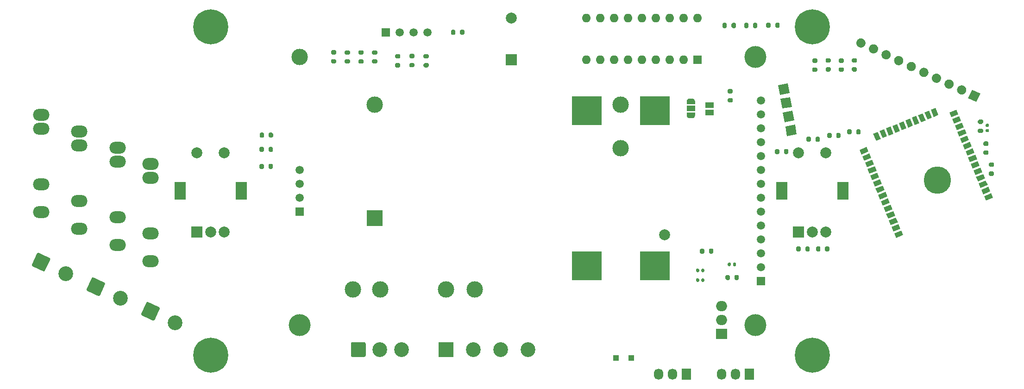
<source format=gbr>
G04 #@! TF.GenerationSoftware,KiCad,Pcbnew,5.1.9-73d0e3b20d~88~ubuntu20.04.1*
G04 #@! TF.CreationDate,2021-02-01T03:30:19+09:00*
G04 #@! TF.ProjectId,ESP32DUALDIAL,45535033-3244-4554-914c-4449414c2e6b,rev?*
G04 #@! TF.SameCoordinates,Original*
G04 #@! TF.FileFunction,Soldermask,Top*
G04 #@! TF.FilePolarity,Negative*
%FSLAX46Y46*%
G04 Gerber Fmt 4.6, Leading zero omitted, Abs format (unit mm)*
G04 Created by KiCad (PCBNEW 5.1.9-73d0e3b20d~88~ubuntu20.04.1) date 2021-02-01 03:30:19*
%MOMM*%
%LPD*%
G01*
G04 APERTURE LIST*
%ADD10C,0.100000*%
%ADD11C,5.000000*%
%ADD12R,1.500000X1.500000*%
%ADD13C,1.500000*%
%ADD14C,4.000000*%
%ADD15C,3.000000*%
%ADD16R,2.000000X2.000000*%
%ADD17C,2.000000*%
%ADD18R,3.000000X3.000000*%
%ADD19R,2.000000X1.905000*%
%ADD20O,2.000000X1.905000*%
%ADD21R,2.000000X3.200000*%
%ADD22C,6.400000*%
%ADD23R,1.500000X1.000000*%
%ADD24R,1.600000X1.600000*%
%ADD25O,1.600000X1.600000*%
%ADD26O,3.000000X2.200000*%
%ADD27R,1.100000X1.100000*%
%ADD28R,2.700000X2.700000*%
%ADD29C,2.700000*%
%ADD30R,1.730000X2.030000*%
%ADD31O,1.730000X2.030000*%
G04 APERTURE END LIST*
D10*
G36*
X202687797Y-110414320D02*
G01*
X203032212Y-111245811D01*
X201738781Y-111781568D01*
X201394366Y-110950077D01*
X202687797Y-110414320D01*
G37*
G36*
X202201789Y-109240993D02*
G01*
X202546204Y-110072484D01*
X201252773Y-110608241D01*
X200908358Y-109776750D01*
X202201789Y-109240993D01*
G37*
G36*
X201715781Y-108067666D02*
G01*
X202060196Y-108899157D01*
X200766765Y-109434914D01*
X200422350Y-108603423D01*
X201715781Y-108067666D01*
G37*
G36*
X201229773Y-106894339D02*
G01*
X201574188Y-107725830D01*
X200280757Y-108261587D01*
X199936342Y-107430096D01*
X201229773Y-106894339D01*
G37*
G36*
X200743765Y-105721012D02*
G01*
X201088180Y-106552503D01*
X199794749Y-107088260D01*
X199450334Y-106256769D01*
X200743765Y-105721012D01*
G37*
G36*
X200257757Y-104547685D02*
G01*
X200602172Y-105379176D01*
X199308741Y-105914933D01*
X198964326Y-105083442D01*
X200257757Y-104547685D01*
G37*
G36*
X199771749Y-103374358D02*
G01*
X200116164Y-104205849D01*
X198822733Y-104741606D01*
X198478318Y-103910115D01*
X199771749Y-103374358D01*
G37*
G36*
X199285741Y-102201031D02*
G01*
X199630156Y-103032522D01*
X198336725Y-103568279D01*
X197992310Y-102736788D01*
X199285741Y-102201031D01*
G37*
G36*
X198799733Y-101027704D02*
G01*
X199144148Y-101859195D01*
X197850717Y-102394952D01*
X197506302Y-101563461D01*
X198799733Y-101027704D01*
G37*
G36*
X198313725Y-99854377D02*
G01*
X198658140Y-100685868D01*
X197364709Y-101221625D01*
X197020294Y-100390134D01*
X198313725Y-99854377D01*
G37*
G36*
X197827717Y-98681050D02*
G01*
X198172132Y-99512541D01*
X196878701Y-100048298D01*
X196534286Y-99216807D01*
X197827717Y-98681050D01*
G37*
G36*
X197341709Y-97507723D02*
G01*
X197686124Y-98339214D01*
X196392693Y-98874971D01*
X196048278Y-98043480D01*
X197341709Y-97507723D01*
G37*
G36*
X196855702Y-96334396D02*
G01*
X197200117Y-97165887D01*
X195906686Y-97701644D01*
X195562271Y-96870153D01*
X196855702Y-96334396D01*
G37*
G36*
X196369694Y-95161069D02*
G01*
X196714109Y-95992560D01*
X195420678Y-96528317D01*
X195076263Y-95696826D01*
X196369694Y-95161069D01*
G37*
G36*
X191695035Y-95177213D02*
G01*
X192526526Y-94832798D01*
X193062283Y-96126229D01*
X192230792Y-96470644D01*
X191695035Y-95177213D01*
G37*
G36*
X190521708Y-95663221D02*
G01*
X191353199Y-95318806D01*
X191888956Y-96612237D01*
X191057465Y-96956652D01*
X190521708Y-95663221D01*
G37*
G36*
X189348380Y-96149229D02*
G01*
X190179871Y-95804814D01*
X190715628Y-97098245D01*
X189884137Y-97442660D01*
X189348380Y-96149229D01*
G37*
G36*
X188175053Y-96635237D02*
G01*
X189006544Y-96290822D01*
X189542301Y-97584253D01*
X188710810Y-97928668D01*
X188175053Y-96635237D01*
G37*
G36*
X187001726Y-97121245D02*
G01*
X187833217Y-96776830D01*
X188368974Y-98070261D01*
X187537483Y-98414676D01*
X187001726Y-97121245D01*
G37*
G36*
X185828399Y-97607252D02*
G01*
X186659890Y-97262837D01*
X187195647Y-98556268D01*
X186364156Y-98900683D01*
X185828399Y-97607252D01*
G37*
G36*
X184655072Y-98093260D02*
G01*
X185486563Y-97748845D01*
X186022320Y-99042276D01*
X185190829Y-99386691D01*
X184655072Y-98093260D01*
G37*
G36*
X183481745Y-98579268D02*
G01*
X184313236Y-98234853D01*
X184848993Y-99528284D01*
X184017502Y-99872699D01*
X183481745Y-98579268D01*
G37*
G36*
X182308418Y-99065276D02*
G01*
X183139909Y-98720861D01*
X183675666Y-100014292D01*
X182844175Y-100358707D01*
X182308418Y-99065276D01*
G37*
G36*
X181135091Y-99551284D02*
G01*
X181966582Y-99206869D01*
X182502339Y-100500300D01*
X181670848Y-100844715D01*
X181135091Y-99551284D01*
G37*
G36*
X179943115Y-101965181D02*
G01*
X180287530Y-102796672D01*
X178994099Y-103332429D01*
X178649684Y-102500938D01*
X179943115Y-101965181D01*
G37*
G36*
X180429123Y-103138508D02*
G01*
X180773538Y-103969999D01*
X179480107Y-104505756D01*
X179135692Y-103674265D01*
X180429123Y-103138508D01*
G37*
G36*
X180915131Y-104311835D02*
G01*
X181259546Y-105143326D01*
X179966115Y-105679083D01*
X179621700Y-104847592D01*
X180915131Y-104311835D01*
G37*
G36*
X181401139Y-105485162D02*
G01*
X181745554Y-106316653D01*
X180452123Y-106852410D01*
X180107708Y-106020919D01*
X181401139Y-105485162D01*
G37*
G36*
X181887147Y-106658489D02*
G01*
X182231562Y-107489980D01*
X180938131Y-108025737D01*
X180593716Y-107194246D01*
X181887147Y-106658489D01*
G37*
G36*
X182373155Y-107831816D02*
G01*
X182717570Y-108663307D01*
X181424139Y-109199064D01*
X181079724Y-108367573D01*
X182373155Y-107831816D01*
G37*
G36*
X182859163Y-109005143D02*
G01*
X183203578Y-109836634D01*
X181910147Y-110372391D01*
X181565732Y-109540900D01*
X182859163Y-109005143D01*
G37*
G36*
X183345171Y-110178470D02*
G01*
X183689586Y-111009961D01*
X182396155Y-111545718D01*
X182051740Y-110714227D01*
X183345171Y-110178470D01*
G37*
G36*
X183831179Y-111351797D02*
G01*
X184175594Y-112183288D01*
X182882163Y-112719045D01*
X182537748Y-111887554D01*
X183831179Y-111351797D01*
G37*
G36*
X184317187Y-112525124D02*
G01*
X184661602Y-113356615D01*
X183368171Y-113892372D01*
X183023756Y-113060881D01*
X184317187Y-112525124D01*
G37*
G36*
X184803195Y-113698451D02*
G01*
X185147610Y-114529942D01*
X183854179Y-115065699D01*
X183509764Y-114234208D01*
X184803195Y-113698451D01*
G37*
G36*
X185289203Y-114871778D02*
G01*
X185633618Y-115703269D01*
X184340187Y-116239026D01*
X183995772Y-115407535D01*
X185289203Y-114871778D01*
G37*
G36*
X185775211Y-116045105D02*
G01*
X186119626Y-116876596D01*
X184826195Y-117412353D01*
X184481780Y-116580862D01*
X185775211Y-116045105D01*
G37*
G36*
X186261219Y-117218432D02*
G01*
X186605634Y-118049923D01*
X185312203Y-118585680D01*
X184967788Y-117754189D01*
X186261219Y-117218432D01*
G37*
D11*
X192908929Y-108024626D03*
D12*
X160600000Y-126501000D03*
D13*
X160600000Y-123961000D03*
X160600000Y-121421000D03*
X160600000Y-118881000D03*
X160600000Y-116341000D03*
X160600000Y-113801000D03*
X160600000Y-111261000D03*
X160600000Y-108721000D03*
X160600000Y-106181000D03*
D14*
X159600000Y-134500000D03*
X159600000Y-85500000D03*
X76300000Y-134500000D03*
D15*
X76300000Y-85500000D03*
D13*
X160600000Y-98561000D03*
X160600000Y-101101000D03*
X160600000Y-103641000D03*
X160600000Y-96021000D03*
X160600000Y-93481000D03*
X76300000Y-111261000D03*
D12*
X76300000Y-113801000D03*
D13*
X76300000Y-108721000D03*
X76300000Y-106181000D03*
D16*
X115000000Y-86000000D03*
D17*
X115000000Y-78400000D03*
G36*
G01*
X201475000Y-102600000D02*
X202025000Y-102600000D01*
G75*
G02*
X202225000Y-102800000I0J-200000D01*
G01*
X202225000Y-103200000D01*
G75*
G02*
X202025000Y-103400000I-200000J0D01*
G01*
X201475000Y-103400000D01*
G75*
G02*
X201275000Y-103200000I0J200000D01*
G01*
X201275000Y-102800000D01*
G75*
G02*
X201475000Y-102600000I200000J0D01*
G01*
G37*
G36*
G01*
X201475000Y-100950000D02*
X202025000Y-100950000D01*
G75*
G02*
X202225000Y-101150000I0J-200000D01*
G01*
X202225000Y-101550000D01*
G75*
G02*
X202025000Y-101750000I-200000J0D01*
G01*
X201475000Y-101750000D01*
G75*
G02*
X201275000Y-101550000I0J200000D01*
G01*
X201275000Y-101150000D01*
G75*
G02*
X201475000Y-100950000I200000J0D01*
G01*
G37*
G36*
G01*
X203025000Y-107225000D02*
X202475000Y-107225000D01*
G75*
G02*
X202275000Y-107025000I0J200000D01*
G01*
X202275000Y-106625000D01*
G75*
G02*
X202475000Y-106425000I200000J0D01*
G01*
X203025000Y-106425000D01*
G75*
G02*
X203225000Y-106625000I0J-200000D01*
G01*
X203225000Y-107025000D01*
G75*
G02*
X203025000Y-107225000I-200000J0D01*
G01*
G37*
G36*
G01*
X203025000Y-105575000D02*
X202475000Y-105575000D01*
G75*
G02*
X202275000Y-105375000I0J200000D01*
G01*
X202275000Y-104975000D01*
G75*
G02*
X202475000Y-104775000I200000J0D01*
G01*
X203025000Y-104775000D01*
G75*
G02*
X203225000Y-104975000I0J-200000D01*
G01*
X203225000Y-105375000D01*
G75*
G02*
X203025000Y-105575000I-200000J0D01*
G01*
G37*
G36*
G01*
X201830000Y-98680000D02*
X202170000Y-98680000D01*
G75*
G02*
X202310000Y-98820000I0J-140000D01*
G01*
X202310000Y-99100000D01*
G75*
G02*
X202170000Y-99240000I-140000J0D01*
G01*
X201830000Y-99240000D01*
G75*
G02*
X201690000Y-99100000I0J140000D01*
G01*
X201690000Y-98820000D01*
G75*
G02*
X201830000Y-98680000I140000J0D01*
G01*
G37*
G36*
G01*
X201830000Y-97720000D02*
X202170000Y-97720000D01*
G75*
G02*
X202310000Y-97860000I0J-140000D01*
G01*
X202310000Y-98140000D01*
G75*
G02*
X202170000Y-98280000I-140000J0D01*
G01*
X201830000Y-98280000D01*
G75*
G02*
X201690000Y-98140000I0J140000D01*
G01*
X201690000Y-97860000D01*
G75*
G02*
X201830000Y-97720000I140000J0D01*
G01*
G37*
G36*
G01*
X154544000Y-123590000D02*
X154544000Y-123250000D01*
G75*
G02*
X154684000Y-123110000I140000J0D01*
G01*
X154964000Y-123110000D01*
G75*
G02*
X155104000Y-123250000I0J-140000D01*
G01*
X155104000Y-123590000D01*
G75*
G02*
X154964000Y-123730000I-140000J0D01*
G01*
X154684000Y-123730000D01*
G75*
G02*
X154544000Y-123590000I0J140000D01*
G01*
G37*
G36*
G01*
X155504000Y-123590000D02*
X155504000Y-123250000D01*
G75*
G02*
X155644000Y-123110000I140000J0D01*
G01*
X155924000Y-123110000D01*
G75*
G02*
X156064000Y-123250000I0J-140000D01*
G01*
X156064000Y-123590000D01*
G75*
G02*
X155924000Y-123730000I-140000J0D01*
G01*
X155644000Y-123730000D01*
G75*
G02*
X155504000Y-123590000I0J140000D01*
G01*
G37*
D15*
X135000000Y-94200000D03*
X90000000Y-94200000D03*
X135000000Y-102200000D03*
D18*
X90000000Y-115000000D03*
D19*
X153416000Y-136144000D03*
D20*
X153416000Y-133604000D03*
X153416000Y-131064000D03*
G36*
G01*
X106400000Y-80725000D02*
X106400000Y-81275000D01*
G75*
G02*
X106200000Y-81475000I-200000J0D01*
G01*
X105800000Y-81475000D01*
G75*
G02*
X105600000Y-81275000I0J200000D01*
G01*
X105600000Y-80725000D01*
G75*
G02*
X105800000Y-80525000I200000J0D01*
G01*
X106200000Y-80525000D01*
G75*
G02*
X106400000Y-80725000I0J-200000D01*
G01*
G37*
G36*
G01*
X104750000Y-80725000D02*
X104750000Y-81275000D01*
G75*
G02*
X104550000Y-81475000I-200000J0D01*
G01*
X104150000Y-81475000D01*
G75*
G02*
X103950000Y-81275000I0J200000D01*
G01*
X103950000Y-80725000D01*
G75*
G02*
X104150000Y-80525000I200000J0D01*
G01*
X104550000Y-80525000D01*
G75*
G02*
X104750000Y-80725000I0J-200000D01*
G01*
G37*
G36*
G01*
X200475000Y-98600000D02*
X201025000Y-98600000D01*
G75*
G02*
X201225000Y-98800000I0J-200000D01*
G01*
X201225000Y-99200000D01*
G75*
G02*
X201025000Y-99400000I-200000J0D01*
G01*
X200475000Y-99400000D01*
G75*
G02*
X200275000Y-99200000I0J200000D01*
G01*
X200275000Y-98800000D01*
G75*
G02*
X200475000Y-98600000I200000J0D01*
G01*
G37*
G36*
G01*
X200475000Y-96950000D02*
X201025000Y-96950000D01*
G75*
G02*
X201225000Y-97150000I0J-200000D01*
G01*
X201225000Y-97550000D01*
G75*
G02*
X201025000Y-97750000I-200000J0D01*
G01*
X200475000Y-97750000D01*
G75*
G02*
X200275000Y-97550000I0J200000D01*
G01*
X200275000Y-97150000D01*
G75*
G02*
X200475000Y-96950000I200000J0D01*
G01*
G37*
G36*
G01*
X170725000Y-88225000D02*
X170175000Y-88225000D01*
G75*
G02*
X169975000Y-88025000I0J200000D01*
G01*
X169975000Y-87625000D01*
G75*
G02*
X170175000Y-87425000I200000J0D01*
G01*
X170725000Y-87425000D01*
G75*
G02*
X170925000Y-87625000I0J-200000D01*
G01*
X170925000Y-88025000D01*
G75*
G02*
X170725000Y-88225000I-200000J0D01*
G01*
G37*
G36*
G01*
X170725000Y-86575000D02*
X170175000Y-86575000D01*
G75*
G02*
X169975000Y-86375000I0J200000D01*
G01*
X169975000Y-85975000D01*
G75*
G02*
X170175000Y-85775000I200000J0D01*
G01*
X170725000Y-85775000D01*
G75*
G02*
X170925000Y-85975000I0J-200000D01*
G01*
X170925000Y-86375000D01*
G75*
G02*
X170725000Y-86575000I-200000J0D01*
G01*
G37*
G36*
G01*
X89725000Y-84275000D02*
X90275000Y-84275000D01*
G75*
G02*
X90475000Y-84475000I0J-200000D01*
G01*
X90475000Y-84875000D01*
G75*
G02*
X90275000Y-85075000I-200000J0D01*
G01*
X89725000Y-85075000D01*
G75*
G02*
X89525000Y-84875000I0J200000D01*
G01*
X89525000Y-84475000D01*
G75*
G02*
X89725000Y-84275000I200000J0D01*
G01*
G37*
G36*
G01*
X89725000Y-85925000D02*
X90275000Y-85925000D01*
G75*
G02*
X90475000Y-86125000I0J-200000D01*
G01*
X90475000Y-86525000D01*
G75*
G02*
X90275000Y-86725000I-200000J0D01*
G01*
X89725000Y-86725000D01*
G75*
G02*
X89525000Y-86525000I0J200000D01*
G01*
X89525000Y-86125000D01*
G75*
G02*
X89725000Y-85925000I200000J0D01*
G01*
G37*
G36*
G01*
X87225000Y-85925000D02*
X87775000Y-85925000D01*
G75*
G02*
X87975000Y-86125000I0J-200000D01*
G01*
X87975000Y-86525000D01*
G75*
G02*
X87775000Y-86725000I-200000J0D01*
G01*
X87225000Y-86725000D01*
G75*
G02*
X87025000Y-86525000I0J200000D01*
G01*
X87025000Y-86125000D01*
G75*
G02*
X87225000Y-85925000I200000J0D01*
G01*
G37*
G36*
G01*
X87225000Y-84275000D02*
X87775000Y-84275000D01*
G75*
G02*
X87975000Y-84475000I0J-200000D01*
G01*
X87975000Y-84875000D01*
G75*
G02*
X87775000Y-85075000I-200000J0D01*
G01*
X87225000Y-85075000D01*
G75*
G02*
X87025000Y-84875000I0J200000D01*
G01*
X87025000Y-84475000D01*
G75*
G02*
X87225000Y-84275000I200000J0D01*
G01*
G37*
G36*
G01*
X84725000Y-84275000D02*
X85275000Y-84275000D01*
G75*
G02*
X85475000Y-84475000I0J-200000D01*
G01*
X85475000Y-84875000D01*
G75*
G02*
X85275000Y-85075000I-200000J0D01*
G01*
X84725000Y-85075000D01*
G75*
G02*
X84525000Y-84875000I0J200000D01*
G01*
X84525000Y-84475000D01*
G75*
G02*
X84725000Y-84275000I200000J0D01*
G01*
G37*
G36*
G01*
X84725000Y-85925000D02*
X85275000Y-85925000D01*
G75*
G02*
X85475000Y-86125000I0J-200000D01*
G01*
X85475000Y-86525000D01*
G75*
G02*
X85275000Y-86725000I-200000J0D01*
G01*
X84725000Y-86725000D01*
G75*
G02*
X84525000Y-86525000I0J200000D01*
G01*
X84525000Y-86125000D01*
G75*
G02*
X84725000Y-85925000I200000J0D01*
G01*
G37*
G36*
G01*
X82225000Y-85900000D02*
X82775000Y-85900000D01*
G75*
G02*
X82975000Y-86100000I0J-200000D01*
G01*
X82975000Y-86500000D01*
G75*
G02*
X82775000Y-86700000I-200000J0D01*
G01*
X82225000Y-86700000D01*
G75*
G02*
X82025000Y-86500000I0J200000D01*
G01*
X82025000Y-86100000D01*
G75*
G02*
X82225000Y-85900000I200000J0D01*
G01*
G37*
G36*
G01*
X82225000Y-84250000D02*
X82775000Y-84250000D01*
G75*
G02*
X82975000Y-84450000I0J-200000D01*
G01*
X82975000Y-84850000D01*
G75*
G02*
X82775000Y-85050000I-200000J0D01*
G01*
X82225000Y-85050000D01*
G75*
G02*
X82025000Y-84850000I0J200000D01*
G01*
X82025000Y-84450000D01*
G75*
G02*
X82225000Y-84250000I200000J0D01*
G01*
G37*
G36*
G01*
X154134000Y-126095000D02*
X154134000Y-125545000D01*
G75*
G02*
X154334000Y-125345000I200000J0D01*
G01*
X154734000Y-125345000D01*
G75*
G02*
X154934000Y-125545000I0J-200000D01*
G01*
X154934000Y-126095000D01*
G75*
G02*
X154734000Y-126295000I-200000J0D01*
G01*
X154334000Y-126295000D01*
G75*
G02*
X154134000Y-126095000I0J200000D01*
G01*
G37*
G36*
G01*
X155784000Y-126095000D02*
X155784000Y-125545000D01*
G75*
G02*
X155984000Y-125345000I200000J0D01*
G01*
X156384000Y-125345000D01*
G75*
G02*
X156584000Y-125545000I0J-200000D01*
G01*
X156584000Y-126095000D01*
G75*
G02*
X156384000Y-126295000I-200000J0D01*
G01*
X155984000Y-126295000D01*
G75*
G02*
X155784000Y-126095000I0J200000D01*
G01*
G37*
G36*
G01*
X149450000Y-121275000D02*
X149450000Y-120725000D01*
G75*
G02*
X149650000Y-120525000I200000J0D01*
G01*
X150050000Y-120525000D01*
G75*
G02*
X150250000Y-120725000I0J-200000D01*
G01*
X150250000Y-121275000D01*
G75*
G02*
X150050000Y-121475000I-200000J0D01*
G01*
X149650000Y-121475000D01*
G75*
G02*
X149450000Y-121275000I0J200000D01*
G01*
G37*
G36*
G01*
X151100000Y-121275000D02*
X151100000Y-120725000D01*
G75*
G02*
X151300000Y-120525000I200000J0D01*
G01*
X151700000Y-120525000D01*
G75*
G02*
X151900000Y-120725000I0J-200000D01*
G01*
X151900000Y-121275000D01*
G75*
G02*
X151700000Y-121475000I-200000J0D01*
G01*
X151300000Y-121475000D01*
G75*
G02*
X151100000Y-121275000I0J200000D01*
G01*
G37*
D17*
X172500000Y-103000000D03*
X167500000Y-103000000D03*
D21*
X175600000Y-110000000D03*
X164400000Y-110000000D03*
D17*
X172500000Y-117500000D03*
X170000000Y-117500000D03*
D16*
X167500000Y-117500000D03*
X57500000Y-117500000D03*
D17*
X60000000Y-117500000D03*
X62500000Y-117500000D03*
D21*
X54400000Y-110000000D03*
X65600000Y-110000000D03*
D17*
X57500000Y-103000000D03*
X62500000Y-103000000D03*
D12*
X92000000Y-81000000D03*
D13*
X94540000Y-81000000D03*
X97080000Y-81000000D03*
X99620000Y-81000000D03*
G36*
G01*
X178526622Y-83721852D02*
X178526622Y-83721852D01*
G75*
G02*
X178115486Y-82592264I359226J770362D01*
G01*
X178115486Y-82592264D01*
G75*
G02*
X179245074Y-82181128I770362J-359226D01*
G01*
X179245074Y-82181128D01*
G75*
G02*
X179656210Y-83310716I-359226J-770362D01*
G01*
X179656210Y-83310716D01*
G75*
G02*
X178526622Y-83721852I-770362J359226D01*
G01*
G37*
G36*
G01*
X180828644Y-84795302D02*
X180828644Y-84795302D01*
G75*
G02*
X180417508Y-83665714I359226J770362D01*
G01*
X180417508Y-83665714D01*
G75*
G02*
X181547096Y-83254578I770362J-359226D01*
G01*
X181547096Y-83254578D01*
G75*
G02*
X181958232Y-84384166I-359226J-770362D01*
G01*
X181958232Y-84384166D01*
G75*
G02*
X180828644Y-84795302I-770362J359226D01*
G01*
G37*
G36*
G01*
X183130666Y-85868752D02*
X183130666Y-85868752D01*
G75*
G02*
X182719530Y-84739164I359226J770362D01*
G01*
X182719530Y-84739164D01*
G75*
G02*
X183849118Y-84328028I770362J-359226D01*
G01*
X183849118Y-84328028D01*
G75*
G02*
X184260254Y-85457616I-359226J-770362D01*
G01*
X184260254Y-85457616D01*
G75*
G02*
X183130666Y-85868752I-770362J359226D01*
G01*
G37*
G36*
G01*
X185432687Y-86942203D02*
X185432687Y-86942203D01*
G75*
G02*
X185021551Y-85812615I359226J770362D01*
G01*
X185021551Y-85812615D01*
G75*
G02*
X186151139Y-85401479I770362J-359226D01*
G01*
X186151139Y-85401479D01*
G75*
G02*
X186562275Y-86531067I-359226J-770362D01*
G01*
X186562275Y-86531067D01*
G75*
G02*
X185432687Y-86942203I-770362J359226D01*
G01*
G37*
G36*
G01*
X187734709Y-88015653D02*
X187734709Y-88015653D01*
G75*
G02*
X187323573Y-86886065I359226J770362D01*
G01*
X187323573Y-86886065D01*
G75*
G02*
X188453161Y-86474929I770362J-359226D01*
G01*
X188453161Y-86474929D01*
G75*
G02*
X188864297Y-87604517I-359226J-770362D01*
G01*
X188864297Y-87604517D01*
G75*
G02*
X187734709Y-88015653I-770362J359226D01*
G01*
G37*
G36*
G01*
X190036731Y-89089103D02*
X190036731Y-89089103D01*
G75*
G02*
X189625595Y-87959515I359226J770362D01*
G01*
X189625595Y-87959515D01*
G75*
G02*
X190755183Y-87548379I770362J-359226D01*
G01*
X190755183Y-87548379D01*
G75*
G02*
X191166319Y-88677967I-359226J-770362D01*
G01*
X191166319Y-88677967D01*
G75*
G02*
X190036731Y-89089103I-770362J359226D01*
G01*
G37*
G36*
G01*
X192338753Y-90162554D02*
X192338753Y-90162554D01*
G75*
G02*
X191927617Y-89032966I359226J770362D01*
G01*
X191927617Y-89032966D01*
G75*
G02*
X193057205Y-88621830I770362J-359226D01*
G01*
X193057205Y-88621830D01*
G75*
G02*
X193468341Y-89751418I-359226J-770362D01*
G01*
X193468341Y-89751418D01*
G75*
G02*
X192338753Y-90162554I-770362J359226D01*
G01*
G37*
G36*
G01*
X194640774Y-91236004D02*
X194640774Y-91236004D01*
G75*
G02*
X194229638Y-90106416I359226J770362D01*
G01*
X194229638Y-90106416D01*
G75*
G02*
X195359226Y-89695280I770362J-359226D01*
G01*
X195359226Y-89695280D01*
G75*
G02*
X195770362Y-90824868I-359226J-770362D01*
G01*
X195770362Y-90824868D01*
G75*
G02*
X194640774Y-91236004I-770362J359226D01*
G01*
G37*
G36*
G01*
X196942796Y-92309455D02*
X196942796Y-92309455D01*
G75*
G02*
X196531660Y-91179867I359226J770362D01*
G01*
X196531660Y-91179867D01*
G75*
G02*
X197661248Y-90768731I770362J-359226D01*
G01*
X197661248Y-90768731D01*
G75*
G02*
X198072384Y-91898319I-359226J-770362D01*
G01*
X198072384Y-91898319D01*
G75*
G02*
X196942796Y-92309455I-770362J359226D01*
G01*
G37*
D10*
G36*
X200015180Y-93742130D02*
G01*
X198474457Y-93023679D01*
X199192908Y-91482956D01*
X200733631Y-92201407D01*
X200015180Y-93742130D01*
G37*
D22*
X60000000Y-140000000D03*
X170000000Y-80000000D03*
X170000000Y-140000000D03*
X60000000Y-80000000D03*
D23*
X151200000Y-94350000D03*
X151200000Y-95650000D03*
D10*
G36*
X148549398Y-96200000D02*
G01*
X148549398Y-96224534D01*
X148544588Y-96273365D01*
X148535016Y-96321490D01*
X148520772Y-96368445D01*
X148501995Y-96413778D01*
X148478864Y-96457051D01*
X148451604Y-96497850D01*
X148420476Y-96535779D01*
X148385779Y-96570476D01*
X148347850Y-96601604D01*
X148307051Y-96628864D01*
X148263778Y-96651995D01*
X148218445Y-96670772D01*
X148171490Y-96685016D01*
X148123365Y-96694588D01*
X148074534Y-96699398D01*
X148050000Y-96699398D01*
X148050000Y-96700000D01*
X147550000Y-96700000D01*
X147550000Y-96699398D01*
X147525466Y-96699398D01*
X147476635Y-96694588D01*
X147428510Y-96685016D01*
X147381555Y-96670772D01*
X147336222Y-96651995D01*
X147292949Y-96628864D01*
X147252150Y-96601604D01*
X147214221Y-96570476D01*
X147179524Y-96535779D01*
X147148396Y-96497850D01*
X147121136Y-96457051D01*
X147098005Y-96413778D01*
X147079228Y-96368445D01*
X147064984Y-96321490D01*
X147055412Y-96273365D01*
X147050602Y-96224534D01*
X147050602Y-96200000D01*
X147050000Y-96200000D01*
X147050000Y-95650000D01*
X148550000Y-95650000D01*
X148550000Y-96200000D01*
X148549398Y-96200000D01*
G37*
D23*
X147800000Y-94900000D03*
D10*
G36*
X147050000Y-94150000D02*
G01*
X147050000Y-93600000D01*
X147050602Y-93600000D01*
X147050602Y-93575466D01*
X147055412Y-93526635D01*
X147064984Y-93478510D01*
X147079228Y-93431555D01*
X147098005Y-93386222D01*
X147121136Y-93342949D01*
X147148396Y-93302150D01*
X147179524Y-93264221D01*
X147214221Y-93229524D01*
X147252150Y-93198396D01*
X147292949Y-93171136D01*
X147336222Y-93148005D01*
X147381555Y-93129228D01*
X147428510Y-93114984D01*
X147476635Y-93105412D01*
X147525466Y-93100602D01*
X147550000Y-93100602D01*
X147550000Y-93100000D01*
X148050000Y-93100000D01*
X148050000Y-93100602D01*
X148074534Y-93100602D01*
X148123365Y-93105412D01*
X148171490Y-93114984D01*
X148218445Y-93129228D01*
X148263778Y-93148005D01*
X148307051Y-93171136D01*
X148347850Y-93198396D01*
X148385779Y-93229524D01*
X148420476Y-93264221D01*
X148451604Y-93302150D01*
X148478864Y-93342949D01*
X148501995Y-93386222D01*
X148520772Y-93431555D01*
X148535016Y-93478510D01*
X148544588Y-93526635D01*
X148549398Y-93575466D01*
X148549398Y-93600000D01*
X148550000Y-93600000D01*
X148550000Y-94150000D01*
X147050000Y-94150000D01*
G37*
G36*
G01*
X155275000Y-93825000D02*
X154725000Y-93825000D01*
G75*
G02*
X154525000Y-93625000I0J200000D01*
G01*
X154525000Y-93225000D01*
G75*
G02*
X154725000Y-93025000I200000J0D01*
G01*
X155275000Y-93025000D01*
G75*
G02*
X155475000Y-93225000I0J-200000D01*
G01*
X155475000Y-93625000D01*
G75*
G02*
X155275000Y-93825000I-200000J0D01*
G01*
G37*
G36*
G01*
X155275000Y-92175000D02*
X154725000Y-92175000D01*
G75*
G02*
X154525000Y-91975000I0J200000D01*
G01*
X154525000Y-91575000D01*
G75*
G02*
X154725000Y-91375000I200000J0D01*
G01*
X155275000Y-91375000D01*
G75*
G02*
X155475000Y-91575000I0J-200000D01*
G01*
X155475000Y-91975000D01*
G75*
G02*
X155275000Y-92175000I-200000J0D01*
G01*
G37*
D24*
X149000000Y-86000000D03*
D25*
X128680000Y-78380000D03*
X146460000Y-86000000D03*
X131220000Y-78380000D03*
X143920000Y-86000000D03*
X133760000Y-78380000D03*
X141380000Y-86000000D03*
X136300000Y-78380000D03*
X138840000Y-86000000D03*
X138840000Y-78380000D03*
X136300000Y-86000000D03*
X141380000Y-78380000D03*
X133760000Y-86000000D03*
X143920000Y-78380000D03*
X131220000Y-86000000D03*
X146460000Y-78380000D03*
X128680000Y-86000000D03*
X149000000Y-78380000D03*
D26*
X49000000Y-122880000D03*
X49000000Y-117800000D03*
X49000000Y-107640000D03*
X49000000Y-105100000D03*
X43000000Y-102100000D03*
X43000000Y-104640000D03*
X43000000Y-114800000D03*
X43000000Y-119880000D03*
X36000000Y-99100000D03*
X36000000Y-101640000D03*
X36000000Y-111800000D03*
X36000000Y-116880000D03*
X29000000Y-113880000D03*
X29000000Y-108800000D03*
X29000000Y-98640000D03*
X29000000Y-96100000D03*
D10*
G36*
X166836703Y-97853240D02*
G01*
X167149269Y-99625894D01*
X165376615Y-99938460D01*
X165064049Y-98165806D01*
X166836703Y-97853240D01*
G37*
G36*
X166395636Y-95351828D02*
G01*
X166708202Y-97124482D01*
X164935548Y-97437048D01*
X164622982Y-95664394D01*
X166395636Y-95351828D01*
G37*
G36*
X165954570Y-92850416D02*
G01*
X166267136Y-94623070D01*
X164494482Y-94935636D01*
X164181916Y-93162982D01*
X165954570Y-92850416D01*
G37*
G36*
X165513504Y-90349005D02*
G01*
X165826070Y-92121659D01*
X164053416Y-92434225D01*
X163740850Y-90661571D01*
X165513504Y-90349005D01*
G37*
G36*
G01*
X163975000Y-102525000D02*
X163975000Y-103075000D01*
G75*
G02*
X163775000Y-103275000I-200000J0D01*
G01*
X163375000Y-103275000D01*
G75*
G02*
X163175000Y-103075000I0J200000D01*
G01*
X163175000Y-102525000D01*
G75*
G02*
X163375000Y-102325000I200000J0D01*
G01*
X163775000Y-102325000D01*
G75*
G02*
X163975000Y-102525000I0J-200000D01*
G01*
G37*
G36*
G01*
X165625000Y-102525000D02*
X165625000Y-103075000D01*
G75*
G02*
X165425000Y-103275000I-200000J0D01*
G01*
X165025000Y-103275000D01*
G75*
G02*
X164825000Y-103075000I0J200000D01*
G01*
X164825000Y-102525000D01*
G75*
G02*
X165025000Y-102325000I200000J0D01*
G01*
X165425000Y-102325000D01*
G75*
G02*
X165625000Y-102525000I0J-200000D01*
G01*
G37*
G36*
G01*
X71400000Y-105225000D02*
X71400000Y-105775000D01*
G75*
G02*
X71200000Y-105975000I-200000J0D01*
G01*
X70800000Y-105975000D01*
G75*
G02*
X70600000Y-105775000I0J200000D01*
G01*
X70600000Y-105225000D01*
G75*
G02*
X70800000Y-105025000I200000J0D01*
G01*
X71200000Y-105025000D01*
G75*
G02*
X71400000Y-105225000I0J-200000D01*
G01*
G37*
G36*
G01*
X69750000Y-105225000D02*
X69750000Y-105775000D01*
G75*
G02*
X69550000Y-105975000I-200000J0D01*
G01*
X69150000Y-105975000D01*
G75*
G02*
X68950000Y-105775000I0J200000D01*
G01*
X68950000Y-105225000D01*
G75*
G02*
X69150000Y-105025000I200000J0D01*
G01*
X69550000Y-105025000D01*
G75*
G02*
X69750000Y-105225000I0J-200000D01*
G01*
G37*
G36*
G01*
X69750000Y-102125000D02*
X69750000Y-102675000D01*
G75*
G02*
X69550000Y-102875000I-200000J0D01*
G01*
X69150000Y-102875000D01*
G75*
G02*
X68950000Y-102675000I0J200000D01*
G01*
X68950000Y-102125000D01*
G75*
G02*
X69150000Y-101925000I200000J0D01*
G01*
X69550000Y-101925000D01*
G75*
G02*
X69750000Y-102125000I0J-200000D01*
G01*
G37*
G36*
G01*
X71400000Y-102125000D02*
X71400000Y-102675000D01*
G75*
G02*
X71200000Y-102875000I-200000J0D01*
G01*
X70800000Y-102875000D01*
G75*
G02*
X70600000Y-102675000I0J200000D01*
G01*
X70600000Y-102125000D01*
G75*
G02*
X70800000Y-101925000I200000J0D01*
G01*
X71200000Y-101925000D01*
G75*
G02*
X71400000Y-102125000I0J-200000D01*
G01*
G37*
G36*
G01*
X167075000Y-120875000D02*
X167075000Y-120325000D01*
G75*
G02*
X167275000Y-120125000I200000J0D01*
G01*
X167675000Y-120125000D01*
G75*
G02*
X167875000Y-120325000I0J-200000D01*
G01*
X167875000Y-120875000D01*
G75*
G02*
X167675000Y-121075000I-200000J0D01*
G01*
X167275000Y-121075000D01*
G75*
G02*
X167075000Y-120875000I0J200000D01*
G01*
G37*
G36*
G01*
X168725000Y-120875000D02*
X168725000Y-120325000D01*
G75*
G02*
X168925000Y-120125000I200000J0D01*
G01*
X169325000Y-120125000D01*
G75*
G02*
X169525000Y-120325000I0J-200000D01*
G01*
X169525000Y-120875000D01*
G75*
G02*
X169325000Y-121075000I-200000J0D01*
G01*
X168925000Y-121075000D01*
G75*
G02*
X168725000Y-120875000I0J200000D01*
G01*
G37*
G36*
G01*
X173125000Y-120325000D02*
X173125000Y-120875000D01*
G75*
G02*
X172925000Y-121075000I-200000J0D01*
G01*
X172525000Y-121075000D01*
G75*
G02*
X172325000Y-120875000I0J200000D01*
G01*
X172325000Y-120325000D01*
G75*
G02*
X172525000Y-120125000I200000J0D01*
G01*
X172925000Y-120125000D01*
G75*
G02*
X173125000Y-120325000I0J-200000D01*
G01*
G37*
G36*
G01*
X171475000Y-120325000D02*
X171475000Y-120875000D01*
G75*
G02*
X171275000Y-121075000I-200000J0D01*
G01*
X170875000Y-121075000D01*
G75*
G02*
X170675000Y-120875000I0J200000D01*
G01*
X170675000Y-120325000D01*
G75*
G02*
X170875000Y-120125000I200000J0D01*
G01*
X171275000Y-120125000D01*
G75*
G02*
X171475000Y-120325000I0J-200000D01*
G01*
G37*
G36*
G01*
X149720000Y-124702000D02*
X149720000Y-124362000D01*
G75*
G02*
X149860000Y-124222000I140000J0D01*
G01*
X150140000Y-124222000D01*
G75*
G02*
X150280000Y-124362000I0J-140000D01*
G01*
X150280000Y-124702000D01*
G75*
G02*
X150140000Y-124842000I-140000J0D01*
G01*
X149860000Y-124842000D01*
G75*
G02*
X149720000Y-124702000I0J140000D01*
G01*
G37*
G36*
G01*
X148760000Y-124702000D02*
X148760000Y-124362000D01*
G75*
G02*
X148900000Y-124222000I140000J0D01*
G01*
X149180000Y-124222000D01*
G75*
G02*
X149320000Y-124362000I0J-140000D01*
G01*
X149320000Y-124702000D01*
G75*
G02*
X149180000Y-124842000I-140000J0D01*
G01*
X148900000Y-124842000D01*
G75*
G02*
X148760000Y-124702000I0J140000D01*
G01*
G37*
G36*
G01*
X150280000Y-126140000D02*
X150280000Y-126480000D01*
G75*
G02*
X150140000Y-126620000I-140000J0D01*
G01*
X149860000Y-126620000D01*
G75*
G02*
X149720000Y-126480000I0J140000D01*
G01*
X149720000Y-126140000D01*
G75*
G02*
X149860000Y-126000000I140000J0D01*
G01*
X150140000Y-126000000D01*
G75*
G02*
X150280000Y-126140000I0J-140000D01*
G01*
G37*
G36*
G01*
X149320000Y-126140000D02*
X149320000Y-126480000D01*
G75*
G02*
X149180000Y-126620000I-140000J0D01*
G01*
X148900000Y-126620000D01*
G75*
G02*
X148760000Y-126480000I0J140000D01*
G01*
X148760000Y-126140000D01*
G75*
G02*
X148900000Y-126000000I140000J0D01*
G01*
X149180000Y-126000000D01*
G75*
G02*
X149320000Y-126140000I0J-140000D01*
G01*
G37*
D27*
X134100000Y-140500000D03*
X136900000Y-140500000D03*
D15*
X86000000Y-128000000D03*
X108300000Y-128000000D03*
X91000000Y-128000000D03*
X103000000Y-128000000D03*
D28*
X103000000Y-139000000D03*
D29*
X108000000Y-139000000D03*
X113000000Y-139000000D03*
X118000000Y-139000000D03*
G36*
G01*
X85650000Y-140099999D02*
X85650000Y-137900001D01*
G75*
G02*
X85900001Y-137650000I250001J0D01*
G01*
X88099999Y-137650000D01*
G75*
G02*
X88350000Y-137900001I0J-250001D01*
G01*
X88350000Y-140099999D01*
G75*
G02*
X88099999Y-140350000I-250001J0D01*
G01*
X85900001Y-140350000D01*
G75*
G02*
X85650000Y-140099999I0J250001D01*
G01*
G37*
X90960000Y-139000000D03*
X94920000Y-139000000D03*
G36*
G01*
X47311605Y-132426403D02*
X48241364Y-130432528D01*
G75*
G02*
X48573597Y-130311605I226578J-105655D01*
G01*
X50567472Y-131241364D01*
G75*
G02*
X50688395Y-131573597I-105655J-226578D01*
G01*
X49758636Y-133567472D01*
G75*
G02*
X49426403Y-133688395I-226578J105655D01*
G01*
X47432528Y-132758636D01*
G75*
G02*
X47311605Y-132426403I105655J226578D01*
G01*
G37*
X53531539Y-134113091D03*
G36*
G01*
X37311605Y-127926403D02*
X38241364Y-125932528D01*
G75*
G02*
X38573597Y-125811605I226578J-105655D01*
G01*
X40567472Y-126741364D01*
G75*
G02*
X40688395Y-127073597I-105655J-226578D01*
G01*
X39758636Y-129067472D01*
G75*
G02*
X39426403Y-129188395I-226578J105655D01*
G01*
X37432528Y-128258636D01*
G75*
G02*
X37311605Y-127926403I105655J226578D01*
G01*
G37*
X43531539Y-129613091D03*
G36*
G01*
X27311605Y-123426403D02*
X28241364Y-121432528D01*
G75*
G02*
X28573597Y-121311605I226578J-105655D01*
G01*
X30567472Y-122241364D01*
G75*
G02*
X30688395Y-122573597I-105655J-226578D01*
G01*
X29758636Y-124567472D01*
G75*
G02*
X29426403Y-124688395I-226578J105655D01*
G01*
X27432528Y-123758636D01*
G75*
G02*
X27311605Y-123426403I105655J226578D01*
G01*
G37*
X33531539Y-125113091D03*
G36*
G01*
X68975000Y-100075000D02*
X68975000Y-99525000D01*
G75*
G02*
X69175000Y-99325000I200000J0D01*
G01*
X69575000Y-99325000D01*
G75*
G02*
X69775000Y-99525000I0J-200000D01*
G01*
X69775000Y-100075000D01*
G75*
G02*
X69575000Y-100275000I-200000J0D01*
G01*
X69175000Y-100275000D01*
G75*
G02*
X68975000Y-100075000I0J200000D01*
G01*
G37*
G36*
G01*
X70625000Y-100075000D02*
X70625000Y-99525000D01*
G75*
G02*
X70825000Y-99325000I200000J0D01*
G01*
X71225000Y-99325000D01*
G75*
G02*
X71425000Y-99525000I0J-200000D01*
G01*
X71425000Y-100075000D01*
G75*
G02*
X71225000Y-100275000I-200000J0D01*
G01*
X70825000Y-100275000D01*
G75*
G02*
X70625000Y-100075000I0J200000D01*
G01*
G37*
D18*
X130040000Y-122500000D03*
X127500000Y-122500000D03*
X130040000Y-124900000D03*
X127500000Y-124900000D03*
X130040000Y-94100000D03*
X130040000Y-96500000D03*
X127500000Y-94100000D03*
X127500000Y-96500000D03*
X139960000Y-94100000D03*
X142500000Y-124900000D03*
X142500000Y-94100000D03*
X142500000Y-96500000D03*
X139960000Y-96500000D03*
X139960000Y-124900000D03*
X142500000Y-122500000D03*
X139960000Y-122500000D03*
D17*
X143000000Y-118000000D03*
D30*
X158500000Y-143500000D03*
D31*
X155960000Y-143500000D03*
X153420000Y-143500000D03*
X141920000Y-143500000D03*
X144460000Y-143500000D03*
D30*
X147000000Y-143500000D03*
G36*
G01*
X168950000Y-100825000D02*
X168950000Y-100275000D01*
G75*
G02*
X169150000Y-100075000I200000J0D01*
G01*
X169550000Y-100075000D01*
G75*
G02*
X169750000Y-100275000I0J-200000D01*
G01*
X169750000Y-100825000D01*
G75*
G02*
X169550000Y-101025000I-200000J0D01*
G01*
X169150000Y-101025000D01*
G75*
G02*
X168950000Y-100825000I0J200000D01*
G01*
G37*
G36*
G01*
X170600000Y-100825000D02*
X170600000Y-100275000D01*
G75*
G02*
X170800000Y-100075000I200000J0D01*
G01*
X171200000Y-100075000D01*
G75*
G02*
X171400000Y-100275000I0J-200000D01*
G01*
X171400000Y-100825000D01*
G75*
G02*
X171200000Y-101025000I-200000J0D01*
G01*
X170800000Y-101025000D01*
G75*
G02*
X170600000Y-100825000I0J200000D01*
G01*
G37*
G36*
G01*
X172725000Y-100125000D02*
X172725000Y-99575000D01*
G75*
G02*
X172925000Y-99375000I200000J0D01*
G01*
X173325000Y-99375000D01*
G75*
G02*
X173525000Y-99575000I0J-200000D01*
G01*
X173525000Y-100125000D01*
G75*
G02*
X173325000Y-100325000I-200000J0D01*
G01*
X172925000Y-100325000D01*
G75*
G02*
X172725000Y-100125000I0J200000D01*
G01*
G37*
G36*
G01*
X174375000Y-100125000D02*
X174375000Y-99575000D01*
G75*
G02*
X174575000Y-99375000I200000J0D01*
G01*
X174975000Y-99375000D01*
G75*
G02*
X175175000Y-99575000I0J-200000D01*
G01*
X175175000Y-100125000D01*
G75*
G02*
X174975000Y-100325000I-200000J0D01*
G01*
X174575000Y-100325000D01*
G75*
G02*
X174375000Y-100125000I0J200000D01*
G01*
G37*
G36*
G01*
X94475000Y-85775000D02*
X93925000Y-85775000D01*
G75*
G02*
X93725000Y-85575000I0J200000D01*
G01*
X93725000Y-85175000D01*
G75*
G02*
X93925000Y-84975000I200000J0D01*
G01*
X94475000Y-84975000D01*
G75*
G02*
X94675000Y-85175000I0J-200000D01*
G01*
X94675000Y-85575000D01*
G75*
G02*
X94475000Y-85775000I-200000J0D01*
G01*
G37*
G36*
G01*
X94475000Y-87425000D02*
X93925000Y-87425000D01*
G75*
G02*
X93725000Y-87225000I0J200000D01*
G01*
X93725000Y-86825000D01*
G75*
G02*
X93925000Y-86625000I200000J0D01*
G01*
X94475000Y-86625000D01*
G75*
G02*
X94675000Y-86825000I0J-200000D01*
G01*
X94675000Y-87225000D01*
G75*
G02*
X94475000Y-87425000I-200000J0D01*
G01*
G37*
G36*
G01*
X97075000Y-87400000D02*
X96525000Y-87400000D01*
G75*
G02*
X96325000Y-87200000I0J200000D01*
G01*
X96325000Y-86800000D01*
G75*
G02*
X96525000Y-86600000I200000J0D01*
G01*
X97075000Y-86600000D01*
G75*
G02*
X97275000Y-86800000I0J-200000D01*
G01*
X97275000Y-87200000D01*
G75*
G02*
X97075000Y-87400000I-200000J0D01*
G01*
G37*
G36*
G01*
X97075000Y-85750000D02*
X96525000Y-85750000D01*
G75*
G02*
X96325000Y-85550000I0J200000D01*
G01*
X96325000Y-85150000D01*
G75*
G02*
X96525000Y-84950000I200000J0D01*
G01*
X97075000Y-84950000D01*
G75*
G02*
X97275000Y-85150000I0J-200000D01*
G01*
X97275000Y-85550000D01*
G75*
G02*
X97075000Y-85750000I-200000J0D01*
G01*
G37*
G36*
G01*
X99675000Y-85775000D02*
X99125000Y-85775000D01*
G75*
G02*
X98925000Y-85575000I0J200000D01*
G01*
X98925000Y-85175000D01*
G75*
G02*
X99125000Y-84975000I200000J0D01*
G01*
X99675000Y-84975000D01*
G75*
G02*
X99875000Y-85175000I0J-200000D01*
G01*
X99875000Y-85575000D01*
G75*
G02*
X99675000Y-85775000I-200000J0D01*
G01*
G37*
G36*
G01*
X99675000Y-87425000D02*
X99125000Y-87425000D01*
G75*
G02*
X98925000Y-87225000I0J200000D01*
G01*
X98925000Y-86825000D01*
G75*
G02*
X99125000Y-86625000I200000J0D01*
G01*
X99675000Y-86625000D01*
G75*
G02*
X99875000Y-86825000I0J-200000D01*
G01*
X99875000Y-87225000D01*
G75*
G02*
X99675000Y-87425000I-200000J0D01*
G01*
G37*
G36*
G01*
X172625000Y-87375000D02*
X173175000Y-87375000D01*
G75*
G02*
X173375000Y-87575000I0J-200000D01*
G01*
X173375000Y-87975000D01*
G75*
G02*
X173175000Y-88175000I-200000J0D01*
G01*
X172625000Y-88175000D01*
G75*
G02*
X172425000Y-87975000I0J200000D01*
G01*
X172425000Y-87575000D01*
G75*
G02*
X172625000Y-87375000I200000J0D01*
G01*
G37*
G36*
G01*
X172625000Y-85725000D02*
X173175000Y-85725000D01*
G75*
G02*
X173375000Y-85925000I0J-200000D01*
G01*
X173375000Y-86325000D01*
G75*
G02*
X173175000Y-86525000I-200000J0D01*
G01*
X172625000Y-86525000D01*
G75*
G02*
X172425000Y-86325000I0J200000D01*
G01*
X172425000Y-85925000D01*
G75*
G02*
X172625000Y-85725000I200000J0D01*
G01*
G37*
G36*
G01*
X177425000Y-85725000D02*
X177975000Y-85725000D01*
G75*
G02*
X178175000Y-85925000I0J-200000D01*
G01*
X178175000Y-86325000D01*
G75*
G02*
X177975000Y-86525000I-200000J0D01*
G01*
X177425000Y-86525000D01*
G75*
G02*
X177225000Y-86325000I0J200000D01*
G01*
X177225000Y-85925000D01*
G75*
G02*
X177425000Y-85725000I200000J0D01*
G01*
G37*
G36*
G01*
X177425000Y-87375000D02*
X177975000Y-87375000D01*
G75*
G02*
X178175000Y-87575000I0J-200000D01*
G01*
X178175000Y-87975000D01*
G75*
G02*
X177975000Y-88175000I-200000J0D01*
G01*
X177425000Y-88175000D01*
G75*
G02*
X177225000Y-87975000I0J200000D01*
G01*
X177225000Y-87575000D01*
G75*
G02*
X177425000Y-87375000I200000J0D01*
G01*
G37*
G36*
G01*
X157525000Y-80025000D02*
X157525000Y-79475000D01*
G75*
G02*
X157725000Y-79275000I200000J0D01*
G01*
X158125000Y-79275000D01*
G75*
G02*
X158325000Y-79475000I0J-200000D01*
G01*
X158325000Y-80025000D01*
G75*
G02*
X158125000Y-80225000I-200000J0D01*
G01*
X157725000Y-80225000D01*
G75*
G02*
X157525000Y-80025000I0J200000D01*
G01*
G37*
G36*
G01*
X159175000Y-80025000D02*
X159175000Y-79475000D01*
G75*
G02*
X159375000Y-79275000I200000J0D01*
G01*
X159775000Y-79275000D01*
G75*
G02*
X159975000Y-79475000I0J-200000D01*
G01*
X159975000Y-80025000D01*
G75*
G02*
X159775000Y-80225000I-200000J0D01*
G01*
X159375000Y-80225000D01*
G75*
G02*
X159175000Y-80025000I0J200000D01*
G01*
G37*
G36*
G01*
X175025000Y-87425000D02*
X175575000Y-87425000D01*
G75*
G02*
X175775000Y-87625000I0J-200000D01*
G01*
X175775000Y-88025000D01*
G75*
G02*
X175575000Y-88225000I-200000J0D01*
G01*
X175025000Y-88225000D01*
G75*
G02*
X174825000Y-88025000I0J200000D01*
G01*
X174825000Y-87625000D01*
G75*
G02*
X175025000Y-87425000I200000J0D01*
G01*
G37*
G36*
G01*
X175025000Y-85775000D02*
X175575000Y-85775000D01*
G75*
G02*
X175775000Y-85975000I0J-200000D01*
G01*
X175775000Y-86375000D01*
G75*
G02*
X175575000Y-86575000I-200000J0D01*
G01*
X175025000Y-86575000D01*
G75*
G02*
X174825000Y-86375000I0J200000D01*
G01*
X174825000Y-85975000D01*
G75*
G02*
X175025000Y-85775000I200000J0D01*
G01*
G37*
G36*
G01*
X163225000Y-79975000D02*
X163225000Y-79425000D01*
G75*
G02*
X163425000Y-79225000I200000J0D01*
G01*
X163825000Y-79225000D01*
G75*
G02*
X164025000Y-79425000I0J-200000D01*
G01*
X164025000Y-79975000D01*
G75*
G02*
X163825000Y-80175000I-200000J0D01*
G01*
X163425000Y-80175000D01*
G75*
G02*
X163225000Y-79975000I0J200000D01*
G01*
G37*
G36*
G01*
X161575000Y-79975000D02*
X161575000Y-79425000D01*
G75*
G02*
X161775000Y-79225000I200000J0D01*
G01*
X162175000Y-79225000D01*
G75*
G02*
X162375000Y-79425000I0J-200000D01*
G01*
X162375000Y-79975000D01*
G75*
G02*
X162175000Y-80175000I-200000J0D01*
G01*
X161775000Y-80175000D01*
G75*
G02*
X161575000Y-79975000I0J200000D01*
G01*
G37*
G36*
G01*
X153575000Y-80025000D02*
X153575000Y-79475000D01*
G75*
G02*
X153775000Y-79275000I200000J0D01*
G01*
X154175000Y-79275000D01*
G75*
G02*
X154375000Y-79475000I0J-200000D01*
G01*
X154375000Y-80025000D01*
G75*
G02*
X154175000Y-80225000I-200000J0D01*
G01*
X153775000Y-80225000D01*
G75*
G02*
X153575000Y-80025000I0J200000D01*
G01*
G37*
G36*
G01*
X155225000Y-80025000D02*
X155225000Y-79475000D01*
G75*
G02*
X155425000Y-79275000I200000J0D01*
G01*
X155825000Y-79275000D01*
G75*
G02*
X156025000Y-79475000I0J-200000D01*
G01*
X156025000Y-80025000D01*
G75*
G02*
X155825000Y-80225000I-200000J0D01*
G01*
X155425000Y-80225000D01*
G75*
G02*
X155225000Y-80025000I0J200000D01*
G01*
G37*
G36*
G01*
X176375000Y-99475000D02*
X176375000Y-98925000D01*
G75*
G02*
X176575000Y-98725000I200000J0D01*
G01*
X176975000Y-98725000D01*
G75*
G02*
X177175000Y-98925000I0J-200000D01*
G01*
X177175000Y-99475000D01*
G75*
G02*
X176975000Y-99675000I-200000J0D01*
G01*
X176575000Y-99675000D01*
G75*
G02*
X176375000Y-99475000I0J200000D01*
G01*
G37*
G36*
G01*
X178025000Y-99475000D02*
X178025000Y-98925000D01*
G75*
G02*
X178225000Y-98725000I200000J0D01*
G01*
X178625000Y-98725000D01*
G75*
G02*
X178825000Y-98925000I0J-200000D01*
G01*
X178825000Y-99475000D01*
G75*
G02*
X178625000Y-99675000I-200000J0D01*
G01*
X178225000Y-99675000D01*
G75*
G02*
X178025000Y-99475000I0J200000D01*
G01*
G37*
M02*

</source>
